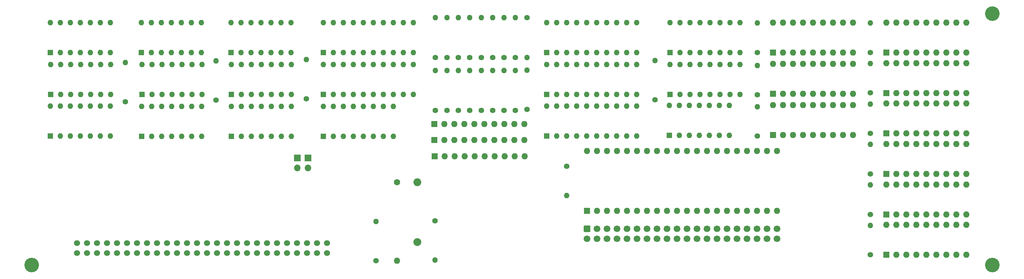
<source format=gbs>
G04 #@! TF.GenerationSoftware,KiCad,Pcbnew,(5.1.12)-1*
G04 #@! TF.CreationDate,2024-06-16T18:18:34+02:00*
G04 #@! TF.ProjectId,RAMbow,52414d62-6f77-42e6-9b69-6361645f7063,rev?*
G04 #@! TF.SameCoordinates,Original*
G04 #@! TF.FileFunction,Soldermask,Bot*
G04 #@! TF.FilePolarity,Negative*
%FSLAX46Y46*%
G04 Gerber Fmt 4.6, Leading zero omitted, Abs format (unit mm)*
G04 Created by KiCad (PCBNEW (5.1.12)-1) date 2024-06-16 18:18:34*
%MOMM*%
%LPD*%
G01*
G04 APERTURE LIST*
%ADD10C,1.600000*%
%ADD11O,1.600000X1.600000*%
%ADD12C,1.700000*%
%ADD13C,3.700000*%
%ADD14C,1.524000*%
%ADD15O,1.400000X1.400000*%
%ADD16C,1.400000*%
%ADD17R,1.400000X1.400000*%
%ADD18R,1.600000X1.600000*%
%ADD19R,1.700000X1.700000*%
%ADD20O,1.700000X1.700000*%
%ADD21C,2.000000*%
%ADD22O,2.000000X2.000000*%
G04 APERTURE END LIST*
D10*
X119177080Y-93801080D03*
D11*
X119177080Y-113801080D03*
G36*
G01*
X166817080Y-104801080D02*
X168017080Y-104801080D01*
G75*
G02*
X168267080Y-105051080I0J-250000D01*
G01*
X168267080Y-106251080D01*
G75*
G02*
X168017080Y-106501080I-250000J0D01*
G01*
X166817080Y-106501080D01*
G75*
G02*
X166567080Y-106251080I0J250000D01*
G01*
X166567080Y-105051080D01*
G75*
G02*
X166817080Y-104801080I250000J0D01*
G01*
G37*
D12*
X169957080Y-105651080D03*
X172497080Y-105651080D03*
X175037080Y-105651080D03*
X177577080Y-105651080D03*
X180117080Y-105651080D03*
X182657080Y-105651080D03*
X185197080Y-105651080D03*
X187737080Y-105651080D03*
X190277080Y-105651080D03*
X192817080Y-105651080D03*
X195357080Y-105651080D03*
X197897080Y-105651080D03*
X200437080Y-105651080D03*
X202977080Y-105651080D03*
X205517080Y-105651080D03*
X208057080Y-105651080D03*
X210597080Y-105651080D03*
X213137080Y-105651080D03*
X215677080Y-105651080D03*
X167417080Y-108191080D03*
X169957080Y-108191080D03*
X172497080Y-108191080D03*
X175037080Y-108191080D03*
X177577080Y-108191080D03*
X180117080Y-108191080D03*
X182657080Y-108191080D03*
X185197080Y-108191080D03*
X187737080Y-108191080D03*
X190277080Y-108191080D03*
X192817080Y-108191080D03*
X195357080Y-108191080D03*
X197897080Y-108191080D03*
X200437080Y-108191080D03*
X202977080Y-108191080D03*
X205517080Y-108191080D03*
X208057080Y-108191080D03*
X210597080Y-108191080D03*
X213137080Y-108191080D03*
X215677080Y-108191080D03*
D13*
X270347080Y-50901080D03*
X26347080Y-114901080D03*
X270347080Y-114901080D03*
X270347080Y-50901080D03*
D14*
X37851080Y-111831080D03*
X37851080Y-109291080D03*
X40391080Y-111831080D03*
X40391080Y-109291080D03*
X42931080Y-111831080D03*
X42931080Y-109291080D03*
X45471080Y-111831080D03*
X45471080Y-109291080D03*
X48011080Y-111831080D03*
X48011080Y-109291080D03*
X50551080Y-111831080D03*
X50551080Y-109291080D03*
X53091080Y-111831080D03*
X53091080Y-109291080D03*
X55631080Y-111831080D03*
X55631080Y-109291080D03*
X58171080Y-111831080D03*
X58171080Y-109291080D03*
X60711080Y-111831080D03*
X60711080Y-109291080D03*
X63251080Y-111831080D03*
X63251080Y-109291080D03*
X65791080Y-111831080D03*
X65791080Y-109291080D03*
X68331080Y-111831080D03*
X68331080Y-109291080D03*
X70871080Y-111831080D03*
X70871080Y-109291080D03*
X73411080Y-111831080D03*
X73411080Y-109291080D03*
X75951080Y-111831080D03*
X75951080Y-109291080D03*
X78491080Y-111831080D03*
X78491080Y-109291080D03*
X81031080Y-111831080D03*
X81031080Y-109291080D03*
X83571080Y-111831080D03*
X83571080Y-109291080D03*
X86111080Y-111831080D03*
X86111080Y-109291080D03*
X88651080Y-111831080D03*
X88651080Y-109291080D03*
X91191080Y-111831080D03*
X91191080Y-109291080D03*
X93731080Y-111831080D03*
X93731080Y-109291080D03*
X96271080Y-111831080D03*
X96271080Y-109291080D03*
X98811080Y-111831080D03*
X98811080Y-109291080D03*
X101351080Y-111831080D03*
X101351080Y-109291080D03*
D15*
X239397080Y-63561080D03*
D16*
X239397080Y-71061080D03*
D15*
X239397080Y-73871080D03*
D16*
X239397080Y-81371080D03*
X239397080Y-60751080D03*
D15*
X239397080Y-53251080D03*
D16*
X239397080Y-91681080D03*
D15*
X239397080Y-84181080D03*
X239397080Y-94491080D03*
D16*
X239397080Y-101991080D03*
X239397080Y-112301080D03*
D15*
X239397080Y-104801080D03*
X210647080Y-53251080D03*
D16*
X210647080Y-60751080D03*
X210647080Y-71551080D03*
D15*
X210647080Y-64051080D03*
D16*
X210647080Y-82051080D03*
D15*
X210647080Y-74551080D03*
D17*
X31097080Y-60801080D03*
D15*
X46337080Y-53181080D03*
X33637080Y-60801080D03*
X43797080Y-53181080D03*
X36177080Y-60801080D03*
X41257080Y-53181080D03*
X38717080Y-60801080D03*
X38717080Y-53181080D03*
X41257080Y-60801080D03*
X36177080Y-53181080D03*
X43797080Y-60801080D03*
X33637080Y-53181080D03*
X46337080Y-60801080D03*
X31097080Y-53181080D03*
X188447080Y-53181080D03*
X206227080Y-60801080D03*
X190987080Y-53181080D03*
X203687080Y-60801080D03*
X193527080Y-53181080D03*
X201147080Y-60801080D03*
X196067080Y-53181080D03*
X198607080Y-60801080D03*
X198607080Y-53181080D03*
X196067080Y-60801080D03*
X201147080Y-53181080D03*
X193527080Y-60801080D03*
X203687080Y-53181080D03*
X190987080Y-60801080D03*
X206227080Y-53181080D03*
D17*
X188447080Y-60801080D03*
X100397080Y-82101080D03*
D15*
X118177080Y-74481080D03*
X102937080Y-82101080D03*
X115637080Y-74481080D03*
X105477080Y-82101080D03*
X113097080Y-74481080D03*
X108017080Y-82101080D03*
X110557080Y-74481080D03*
X110557080Y-82101080D03*
X108017080Y-74481080D03*
X113097080Y-82101080D03*
X105477080Y-74481080D03*
X115637080Y-82101080D03*
X102937080Y-74481080D03*
X118177080Y-82101080D03*
X100397080Y-74481080D03*
X54347080Y-63806080D03*
X69587080Y-71426080D03*
X56887080Y-63806080D03*
X67047080Y-71426080D03*
X59427080Y-63806080D03*
X64507080Y-71426080D03*
X61967080Y-63806080D03*
X61967080Y-71426080D03*
X64507080Y-63806080D03*
X59427080Y-71426080D03*
X67047080Y-63806080D03*
X56887080Y-71426080D03*
X69587080Y-63806080D03*
D17*
X54347080Y-71426080D03*
D15*
X77097080Y-74481080D03*
X92337080Y-82101080D03*
X79637080Y-74481080D03*
X89797080Y-82101080D03*
X82177080Y-74481080D03*
X87257080Y-82101080D03*
X84717080Y-74481080D03*
X84717080Y-82101080D03*
X87257080Y-74481080D03*
X82177080Y-82101080D03*
X89797080Y-74481080D03*
X79637080Y-82101080D03*
X92337080Y-74481080D03*
D17*
X77097080Y-82101080D03*
X157147080Y-71426080D03*
D15*
X180007080Y-63806080D03*
X159687080Y-71426080D03*
X177467080Y-63806080D03*
X162227080Y-71426080D03*
X174927080Y-63806080D03*
X164767080Y-71426080D03*
X172387080Y-63806080D03*
X167307080Y-71426080D03*
X169847080Y-63806080D03*
X169847080Y-71426080D03*
X167307080Y-63806080D03*
X172387080Y-71426080D03*
X164767080Y-63806080D03*
X174927080Y-71426080D03*
X162227080Y-63806080D03*
X177467080Y-71426080D03*
X159687080Y-63806080D03*
X180007080Y-71426080D03*
X157147080Y-63806080D03*
D17*
X188447080Y-71451080D03*
D15*
X206227080Y-63831080D03*
X190987080Y-71451080D03*
X203687080Y-63831080D03*
X193527080Y-71451080D03*
X201147080Y-63831080D03*
X196067080Y-71451080D03*
X198607080Y-63831080D03*
X198607080Y-71451080D03*
X196067080Y-63831080D03*
X201147080Y-71451080D03*
X193527080Y-63831080D03*
X203687080Y-71451080D03*
X190987080Y-63831080D03*
X206227080Y-71451080D03*
X188447080Y-63831080D03*
D18*
X243397080Y-60801080D03*
D11*
X263717080Y-53181080D03*
X245937080Y-60801080D03*
X261177080Y-53181080D03*
X248477080Y-60801080D03*
X258637080Y-53181080D03*
X251017080Y-60801080D03*
X256097080Y-53181080D03*
X253557080Y-60801080D03*
X253557080Y-53181080D03*
X256097080Y-60801080D03*
X251017080Y-53181080D03*
X258637080Y-60801080D03*
X248477080Y-53181080D03*
X261177080Y-60801080D03*
X245937080Y-53181080D03*
X263717080Y-60801080D03*
X243397080Y-53181080D03*
X243397080Y-63481080D03*
X263717080Y-71101080D03*
X245937080Y-63481080D03*
X261177080Y-71101080D03*
X248477080Y-63481080D03*
X258637080Y-71101080D03*
X251017080Y-63481080D03*
X256097080Y-71101080D03*
X253557080Y-63481080D03*
X253557080Y-71101080D03*
X256097080Y-63481080D03*
X251017080Y-71101080D03*
X258637080Y-63481080D03*
X248477080Y-71101080D03*
X261177080Y-63481080D03*
X245937080Y-71101080D03*
X263717080Y-63481080D03*
D18*
X243397080Y-71101080D03*
X243397080Y-81401080D03*
D11*
X263717080Y-73781080D03*
X245937080Y-81401080D03*
X261177080Y-73781080D03*
X248477080Y-81401080D03*
X258637080Y-73781080D03*
X251017080Y-81401080D03*
X256097080Y-73781080D03*
X253557080Y-81401080D03*
X253557080Y-73781080D03*
X256097080Y-81401080D03*
X251017080Y-73781080D03*
X258637080Y-81401080D03*
X248477080Y-73781080D03*
X261177080Y-81401080D03*
X245937080Y-73781080D03*
X263717080Y-81401080D03*
X243397080Y-73781080D03*
X243397080Y-84081080D03*
X263717080Y-91701080D03*
X245937080Y-84081080D03*
X261177080Y-91701080D03*
X248477080Y-84081080D03*
X258637080Y-91701080D03*
X251017080Y-84081080D03*
X256097080Y-91701080D03*
X253557080Y-84081080D03*
X253557080Y-91701080D03*
X256097080Y-84081080D03*
X251017080Y-91701080D03*
X258637080Y-84081080D03*
X248477080Y-91701080D03*
X261177080Y-84081080D03*
X245937080Y-91701080D03*
X263717080Y-84081080D03*
D18*
X243397080Y-91701080D03*
X243397080Y-102001080D03*
D11*
X263717080Y-94381080D03*
X245937080Y-102001080D03*
X261177080Y-94381080D03*
X248477080Y-102001080D03*
X258637080Y-94381080D03*
X251017080Y-102001080D03*
X256097080Y-94381080D03*
X253557080Y-102001080D03*
X253557080Y-94381080D03*
X256097080Y-102001080D03*
X251017080Y-94381080D03*
X258637080Y-102001080D03*
X248477080Y-94381080D03*
X261177080Y-102001080D03*
X245937080Y-94381080D03*
X263717080Y-102001080D03*
X243397080Y-94381080D03*
D18*
X243397080Y-112301080D03*
D11*
X263717080Y-104681080D03*
X245937080Y-112301080D03*
X261177080Y-104681080D03*
X248477080Y-112301080D03*
X258637080Y-104681080D03*
X251017080Y-112301080D03*
X256097080Y-104681080D03*
X253557080Y-112301080D03*
X253557080Y-104681080D03*
X256097080Y-112301080D03*
X251017080Y-104681080D03*
X258637080Y-112301080D03*
X248477080Y-104681080D03*
X261177080Y-112301080D03*
X245937080Y-104681080D03*
X263717080Y-112301080D03*
X243397080Y-104681080D03*
X214647080Y-53181080D03*
X234967080Y-60801080D03*
X217187080Y-53181080D03*
X232427080Y-60801080D03*
X219727080Y-53181080D03*
X229887080Y-60801080D03*
X222267080Y-53181080D03*
X227347080Y-60801080D03*
X224807080Y-53181080D03*
X224807080Y-60801080D03*
X227347080Y-53181080D03*
X222267080Y-60801080D03*
X229887080Y-53181080D03*
X219727080Y-60801080D03*
X232427080Y-53181080D03*
X217187080Y-60801080D03*
X234967080Y-53181080D03*
D18*
X214647080Y-60801080D03*
D11*
X214647080Y-63681080D03*
X234967080Y-71301080D03*
X217187080Y-63681080D03*
X232427080Y-71301080D03*
X219727080Y-63681080D03*
X229887080Y-71301080D03*
X222267080Y-63681080D03*
X227347080Y-71301080D03*
X224807080Y-63681080D03*
X224807080Y-71301080D03*
X227347080Y-63681080D03*
X222267080Y-71301080D03*
X229887080Y-63681080D03*
X219727080Y-71301080D03*
X232427080Y-63681080D03*
X217187080Y-71301080D03*
X234967080Y-63681080D03*
D18*
X214647080Y-71301080D03*
X214647080Y-81801080D03*
D11*
X234967080Y-74181080D03*
X217187080Y-81801080D03*
X232427080Y-74181080D03*
X219727080Y-81801080D03*
X229887080Y-74181080D03*
X222267080Y-81801080D03*
X227347080Y-74181080D03*
X224807080Y-81801080D03*
X224807080Y-74181080D03*
X227347080Y-81801080D03*
X222267080Y-74181080D03*
X229887080Y-81801080D03*
X219727080Y-74181080D03*
X232427080Y-81801080D03*
X217187080Y-74181080D03*
X234967080Y-81801080D03*
X214647080Y-74181080D03*
D19*
X93837080Y-87621080D03*
D20*
X93837080Y-90161080D03*
D15*
X131803330Y-65391080D03*
D16*
X131803330Y-75551080D03*
X134709580Y-75551080D03*
D15*
X134709580Y-65391080D03*
D16*
X137615830Y-62081080D03*
D15*
X137615830Y-51921080D03*
X140522080Y-51921080D03*
D16*
X140522080Y-62081080D03*
X143428330Y-62081080D03*
D15*
X143428330Y-51921080D03*
D18*
X128647080Y-83076080D03*
D11*
X131187080Y-83076080D03*
X133727080Y-83076080D03*
X136267080Y-83076080D03*
X138807080Y-83076080D03*
X141347080Y-83076080D03*
X143887080Y-83076080D03*
X146427080Y-83076080D03*
X148967080Y-83076080D03*
X151507080Y-83076080D03*
D17*
X31147080Y-71426080D03*
D15*
X46387080Y-63806080D03*
X33687080Y-71426080D03*
X43847080Y-63806080D03*
X36227080Y-71426080D03*
X41307080Y-63806080D03*
X38767080Y-71426080D03*
X38767080Y-63806080D03*
X41307080Y-71426080D03*
X36227080Y-63806080D03*
X43847080Y-71426080D03*
X33687080Y-63806080D03*
X46387080Y-71426080D03*
X31147080Y-63806080D03*
D16*
X113827080Y-113797080D03*
D15*
X113827080Y-103797080D03*
D16*
X128783080Y-103637080D03*
D15*
X128783080Y-113637080D03*
X184647080Y-62801080D03*
D16*
X184647080Y-72801080D03*
X96147080Y-72551080D03*
D15*
X96147080Y-62551080D03*
D16*
X50147080Y-73301080D03*
D15*
X50147080Y-63301080D03*
X73147080Y-62926080D03*
D16*
X73147080Y-72926080D03*
D15*
X152147080Y-65301080D03*
D16*
X152147080Y-75301080D03*
D15*
X31097080Y-74381080D03*
X46337080Y-82001080D03*
X33637080Y-74381080D03*
X43797080Y-82001080D03*
X36177080Y-74381080D03*
X41257080Y-82001080D03*
X38717080Y-74381080D03*
X38717080Y-82001080D03*
X41257080Y-74381080D03*
X36177080Y-82001080D03*
X43797080Y-74381080D03*
X33637080Y-82001080D03*
X46337080Y-74381080D03*
D17*
X31097080Y-82001080D03*
D15*
X157147080Y-53181080D03*
X180007080Y-60801080D03*
X159687080Y-53181080D03*
X177467080Y-60801080D03*
X162227080Y-53181080D03*
X174927080Y-60801080D03*
X164767080Y-53181080D03*
X172387080Y-60801080D03*
X167307080Y-53181080D03*
X169847080Y-60801080D03*
X169847080Y-53181080D03*
X167307080Y-60801080D03*
X172387080Y-53181080D03*
X164767080Y-60801080D03*
X174927080Y-53181080D03*
X162227080Y-60801080D03*
X177467080Y-53181080D03*
X159687080Y-60801080D03*
X180007080Y-53181080D03*
D17*
X157147080Y-60801080D03*
X157147080Y-82051080D03*
D15*
X180007080Y-74431080D03*
X159687080Y-82051080D03*
X177467080Y-74431080D03*
X162227080Y-82051080D03*
X174927080Y-74431080D03*
X164767080Y-82051080D03*
X172387080Y-74431080D03*
X167307080Y-82051080D03*
X169847080Y-74431080D03*
X169847080Y-82051080D03*
X167307080Y-74431080D03*
X172387080Y-82051080D03*
X164767080Y-74431080D03*
X174927080Y-82051080D03*
X162227080Y-74431080D03*
X177467080Y-82051080D03*
X159687080Y-74431080D03*
X180007080Y-82051080D03*
X157147080Y-74431080D03*
D17*
X54197080Y-60801080D03*
D15*
X69437080Y-53181080D03*
X56737080Y-60801080D03*
X66897080Y-53181080D03*
X59277080Y-60801080D03*
X64357080Y-53181080D03*
X61817080Y-60801080D03*
X61817080Y-53181080D03*
X64357080Y-60801080D03*
X59277080Y-53181080D03*
X66897080Y-60801080D03*
X56737080Y-53181080D03*
X69437080Y-60801080D03*
X54197080Y-53181080D03*
X76997080Y-53131080D03*
X92237080Y-60751080D03*
X79537080Y-53131080D03*
X89697080Y-60751080D03*
X82077080Y-53131080D03*
X87157080Y-60751080D03*
X84617080Y-53131080D03*
X84617080Y-60751080D03*
X87157080Y-53131080D03*
X82077080Y-60751080D03*
X89697080Y-53131080D03*
X79537080Y-60751080D03*
X92237080Y-53131080D03*
D17*
X76997080Y-60751080D03*
X77063746Y-71426080D03*
D15*
X92303746Y-63806080D03*
X79603746Y-71426080D03*
X89763746Y-63806080D03*
X82143746Y-71426080D03*
X87223746Y-63806080D03*
X84683746Y-71426080D03*
X84683746Y-63806080D03*
X87223746Y-71426080D03*
X82143746Y-63806080D03*
X89763746Y-71426080D03*
X79603746Y-63806080D03*
X92303746Y-71426080D03*
X77063746Y-63806080D03*
X54247080Y-74481080D03*
X69487080Y-82101080D03*
X56787080Y-74481080D03*
X66947080Y-82101080D03*
X59327080Y-74481080D03*
X64407080Y-82101080D03*
X61867080Y-74481080D03*
X61867080Y-82101080D03*
X64407080Y-74481080D03*
X59327080Y-82101080D03*
X66947080Y-74481080D03*
X56787080Y-82101080D03*
X69487080Y-74481080D03*
D17*
X54247080Y-82101080D03*
X188347080Y-81901080D03*
D15*
X203587080Y-74281080D03*
X190887080Y-81901080D03*
X201047080Y-74281080D03*
X193427080Y-81901080D03*
X198507080Y-74281080D03*
X195967080Y-81901080D03*
X195967080Y-74281080D03*
X198507080Y-81901080D03*
X193427080Y-74281080D03*
X201047080Y-81901080D03*
X190887080Y-74281080D03*
X203587080Y-81901080D03*
X188347080Y-74281080D03*
D21*
X124327080Y-109041080D03*
D22*
X124327080Y-93801080D03*
D16*
X128897080Y-75551080D03*
D15*
X128897080Y-65391080D03*
D16*
X137615830Y-75551080D03*
D15*
X137615830Y-65391080D03*
X140522080Y-65391080D03*
D16*
X140522080Y-75551080D03*
D15*
X143428330Y-65391080D03*
D16*
X143428330Y-75551080D03*
X146334580Y-75551080D03*
D15*
X146334580Y-65391080D03*
D16*
X149240830Y-75551080D03*
D15*
X149240830Y-65391080D03*
D16*
X128897080Y-62081080D03*
D15*
X128897080Y-51921080D03*
X131803330Y-51921080D03*
D16*
X131803330Y-62081080D03*
D15*
X134709580Y-51921080D03*
D16*
X134709580Y-62081080D03*
D15*
X146334580Y-51921080D03*
D16*
X146334580Y-62081080D03*
D15*
X149240830Y-51921080D03*
D16*
X149240830Y-62081080D03*
X152157080Y-51931080D03*
D15*
X152157080Y-62091080D03*
D11*
X151457080Y-78951080D03*
X148917080Y-78951080D03*
X146377080Y-78951080D03*
X143837080Y-78951080D03*
X141297080Y-78951080D03*
X138757080Y-78951080D03*
X136217080Y-78951080D03*
X133677080Y-78951080D03*
X131137080Y-78951080D03*
D18*
X128597080Y-78951080D03*
X128697080Y-87201080D03*
D11*
X131237080Y-87201080D03*
X133777080Y-87201080D03*
X136317080Y-87201080D03*
X138857080Y-87201080D03*
X141397080Y-87201080D03*
X143937080Y-87201080D03*
X146477080Y-87201080D03*
X149017080Y-87201080D03*
X151557080Y-87201080D03*
D18*
X167417080Y-101051080D03*
D11*
X215677080Y-85811080D03*
X169957080Y-101051080D03*
X213137080Y-85811080D03*
X172497080Y-101051080D03*
X210597080Y-85811080D03*
X175037080Y-101051080D03*
X208057080Y-85811080D03*
X177577080Y-101051080D03*
X205517080Y-85811080D03*
X180117080Y-101051080D03*
X202977080Y-85811080D03*
X182657080Y-101051080D03*
X200437080Y-85811080D03*
X185197080Y-101051080D03*
X197897080Y-85811080D03*
X187737080Y-101051080D03*
X195357080Y-85811080D03*
X190277080Y-101051080D03*
X192817080Y-85811080D03*
X192817080Y-101051080D03*
X190277080Y-85811080D03*
X195357080Y-101051080D03*
X187737080Y-85811080D03*
X197897080Y-101051080D03*
X185197080Y-85811080D03*
X200437080Y-101051080D03*
X182657080Y-85811080D03*
X202977080Y-101051080D03*
X180117080Y-85811080D03*
X205517080Y-101051080D03*
X177577080Y-85811080D03*
X208057080Y-101051080D03*
X175037080Y-85811080D03*
X210597080Y-101051080D03*
X172497080Y-85811080D03*
X213137080Y-101051080D03*
X169957080Y-85811080D03*
X215677080Y-101051080D03*
X167417080Y-85811080D03*
D17*
X100397080Y-71426080D03*
D15*
X123257080Y-63806080D03*
X102937080Y-71426080D03*
X120717080Y-63806080D03*
X105477080Y-71426080D03*
X118177080Y-63806080D03*
X108017080Y-71426080D03*
X115637080Y-63806080D03*
X110557080Y-71426080D03*
X113097080Y-63806080D03*
X113097080Y-71426080D03*
X110557080Y-63806080D03*
X115637080Y-71426080D03*
X108017080Y-63806080D03*
X118177080Y-71426080D03*
X105477080Y-63806080D03*
X120717080Y-71426080D03*
X102937080Y-63806080D03*
X123257080Y-71426080D03*
X100397080Y-63806080D03*
X100397080Y-53181080D03*
X123257080Y-60801080D03*
X102937080Y-53181080D03*
X120717080Y-60801080D03*
X105477080Y-53181080D03*
X118177080Y-60801080D03*
X108017080Y-53181080D03*
X115637080Y-60801080D03*
X110557080Y-53181080D03*
X113097080Y-60801080D03*
X113097080Y-53181080D03*
X110557080Y-60801080D03*
X115637080Y-53181080D03*
X108017080Y-60801080D03*
X118177080Y-53181080D03*
X105477080Y-60801080D03*
X120717080Y-53181080D03*
X102937080Y-60801080D03*
X123257080Y-53181080D03*
D17*
X100397080Y-60801080D03*
D19*
X96567080Y-87621080D03*
D20*
X96567080Y-90161080D03*
D16*
X162247080Y-89701080D03*
D15*
X162247080Y-97201080D03*
M02*

</source>
